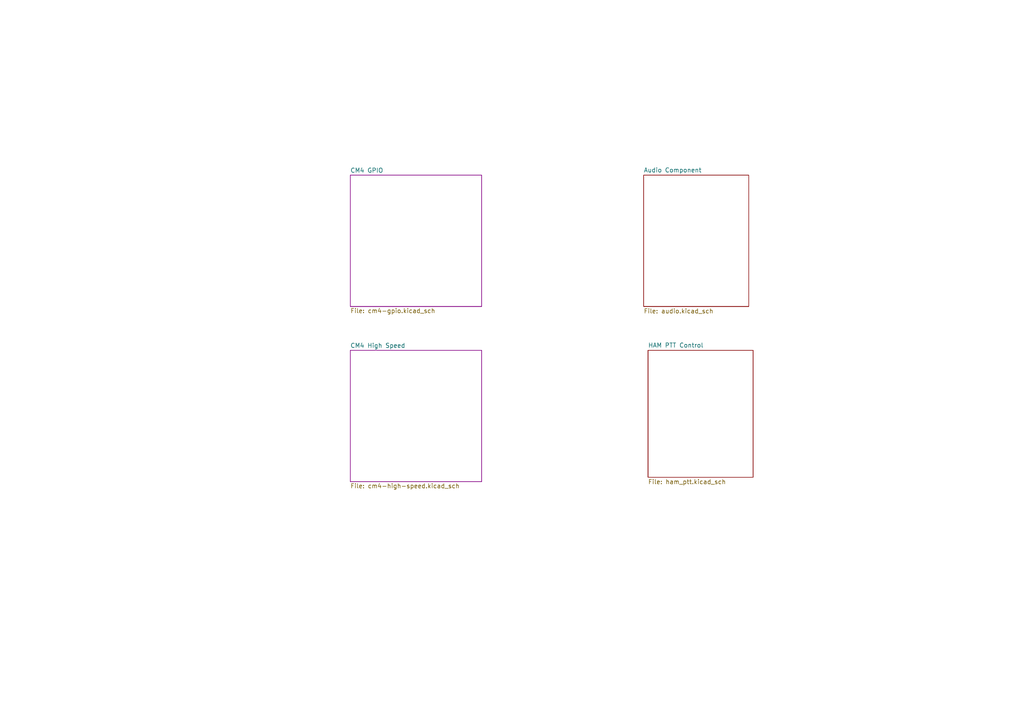
<source format=kicad_sch>
(kicad_sch (version 20211123) (generator eeschema)
  (paper "A4")
  (title_block (title "Raspberry Pi Compute Module 4 Digipi Carrier Board") (date "2021-11-28") (rev "v01") (comment 2 "creativecommons.org/licenses/by-sa/4.0/") (comment 3 "License: CC BY 4.0") (comment 4 "Author: Walter A. Boring IV"))
  (lib_symbols)
  (sheet (at 101.6 101.6) (size 38.1 38.1) (stroke (width 0) (color 132 0 132 1)) (fill (color 255 255 255 0.0000))
    (property "Sheet name" "CM4 High Speed" (at 101.6 100.9645 0) (effects (justify left bottom)))
    (property "Sheet file" "cm4-high-speed.kicad_sch" (at 101.6 140.2085 0) (effects (justify left top)))
  )
  (sheet (at 187.96 101.6) (size 30.48 36.83) (stroke (width 0.1524))
    (property "Sheet name" "HAM PTT Control" (at 187.96 100.8884 0) (effects (justify left bottom)))
    (property "Sheet file" "ham_ptt.kicad_sch" (at 187.96 139.0146 0) (effects (justify left top)))
  )
  (sheet (at 186.69 50.8) (size 30.48 38.1) (stroke (width 0.1524))
    (property "Sheet name" "Audio Component" (at 186.69 50.0884 0) (effects (justify left bottom)))
    (property "Sheet file" "audio.kicad_sch" (at 186.69 89.4846 0) (effects (justify left top)))
  )
  (sheet (at 101.6 50.8) (size 38.1 38.1) (stroke (width 0) (color 132 0 132 1)) (fill (color 255 255 255 0.0000))
    (property "Sheet name" "CM4 GPIO" (at 101.6 50.1645 0) (effects (justify left bottom)))
    (property "Sheet file" "cm4-gpio.kicad_sch" (at 101.6 89.4085 0) (effects (justify left top)))
  )
)
</source>
